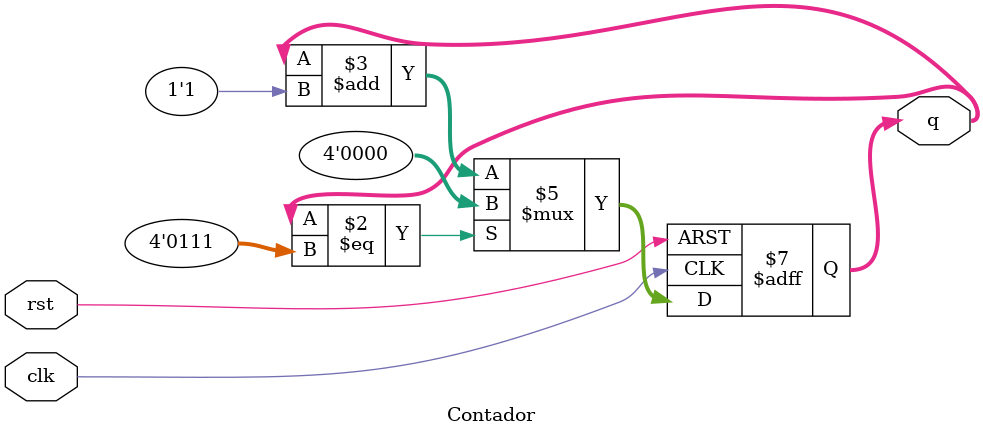
<source format=v>
module Contador (
    input clk,
    input rst,
    output reg [3:0] q
);
    always @(posedge clk or posedge rst) begin
        if (rst) begin
            q <= 4'b0000;     // Reset síncrono
        end else begin
            if (q == 4'd7)
                q <= 4'b0000; // Reiniciando após o 7
            else
                q <= q + 1'b1;
        end
    end
endmodule
</source>
